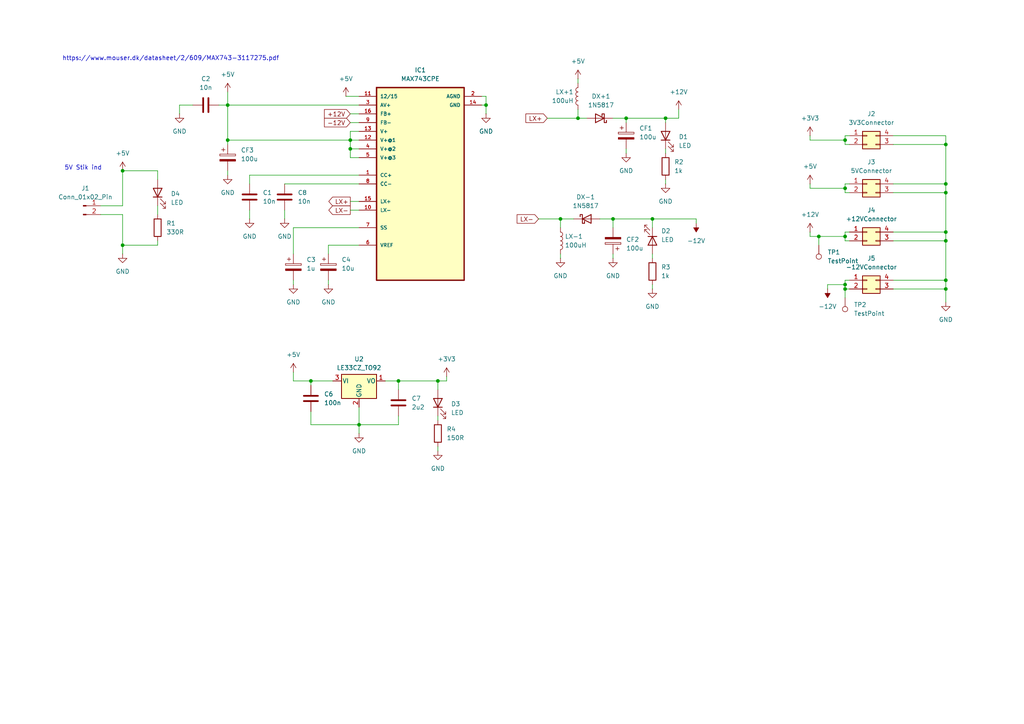
<source format=kicad_sch>
(kicad_sch (version 20231120) (generator "eeschema") (generator_version "8.0")
  (paper "A4")
  (lib_symbols
    (symbol "Connector:Conn_01x02_Pin" (pin_names (offset 1.016) hide)
      (property "Reference" "J" (at 0 2.54 0))
      (property "Value" "Conn_01x02_Pin" (at 0 -5.08 0))
      (symbol "Conn_01x02_Pin_1_1"
        (polyline (pts (xy 1.27 -2.54) (xy 0.8636 -2.54)) (stroke (width 0.1524)))
        (polyline (pts (xy 1.27 0) (xy 0.8636 0)) (stroke (width 0.1524)))
        (rectangle (start 0.8636 -2.413) (end 0 -2.667) (stroke (width 0.1524)) (fill (type outline)))
        (rectangle (start 0.8636 0.127) (end 0 -0.127) (stroke (width 0.1524)) (fill (type outline)))
        (pin passive line (at 5.08 0 180) (length 3.81) (name "Pin_1") (number "1"))
        (pin passive line (at 5.08 -2.54 180) (length 3.81) (name "Pin_2") (number "2"))
      )
    )
    (symbol "Connector:TestPoint" (pin_numbers hide) (pin_names (offset 0.762) hide)
      (property "Reference" "TP" (at 0 6.858 0))
      (property "Value" "TestPoint" (at 0 5.08 0))
      (symbol "TestPoint_0_1"
        (circle (center 0 3.302) (radius 0.762))
      )
      (symbol "TestPoint_1_1"
        (pin passive line (at 0 0 90) (length 2.54) (name "1") (number "1"))
      )
    )
    (symbol "Connector_Generic:Conn_02x02_Counter_Clockwise" (pin_names (offset 1.016) hide)
      (property "Reference" "J" (at 1.27 2.54 0))
      (property "Value" "Conn_02x02_Counter_Clockwise" (at 1.27 -5.08 0))
      (symbol "Conn_02x02_Counter_Clockwise_1_1"
        (rectangle (start -1.27 -2.413) (end 0 -2.667) (stroke (width 0.1524)))
        (rectangle (start -1.27 0.127) (end 0 -0.127) (stroke (width 0.1524)))
        (rectangle (start -1.27 1.27) (end 3.81 -3.81) (stroke (width 0.254)) (fill (type background)))
        (rectangle (start 3.81 -2.413) (end 2.54 -2.667) (stroke (width 0.1524)))
        (rectangle (start 3.81 0.127) (end 2.54 -0.127) (stroke (width 0.1524)))
        (pin passive line (at -5.08 0 0) (length 3.81) (name "Pin_1") (number "1"))
        (pin passive line (at -5.08 -2.54 0) (length 3.81) (name "Pin_2") (number "2"))
        (pin passive line (at 7.62 -2.54 180) (length 3.81) (name "Pin_3") (number "3"))
        (pin passive line (at 7.62 0 180) (length 3.81) (name "Pin_4") (number "4"))
      )
    )
    (symbol "Device:C" (pin_numbers hide) (pin_names (offset 0.254))
      (property "Reference" "C" (at 0.635 2.54 0))
      (property "Value" "C" (at 0.635 -2.54 0))
      (symbol "C_0_1"
        (polyline (pts (xy -2.032 -0.762) (xy 2.032 -0.762)) (stroke (width 0.508)))
        (polyline (pts (xy -2.032 0.762) (xy 2.032 0.762)) (stroke (width 0.508)))
      )
      (symbol "C_1_1"
        (pin passive line (at 0 3.81 270) (length 2.794) (name "~") (number "1"))
        (pin passive line (at 0 -3.81 90) (length 2.794) (name "~") (number "2"))
      )
    )
    (symbol "Device:C_Polarized" (pin_numbers hide) (pin_names (offset 0.254))
      (property "Reference" "C" (at 0.635 2.54 0))
      (property "Value" "C_Polarized" (at 0.635 -2.54 0))
      (symbol "C_Polarized_0_1"
        (rectangle (start -2.286 0.508) (end 2.286 1.016))
        (polyline (pts (xy -1.778 2.286) (xy -0.762 2.286)))
        (polyline (pts (xy -1.27 2.794) (xy -1.27 1.778)))
        (rectangle (start 2.286 -0.508) (end -2.286 -1.016) (fill (type outline)))
      )
      (symbol "C_Polarized_1_1"
        (pin passive line (at 0 3.81 270) (length 2.794) (name "~") (number "1"))
        (pin passive line (at 0 -3.81 90) (length 2.794) (name "~") (number "2"))
      )
    )
    (symbol "Device:L" (pin_numbers hide) (pin_names (offset 1.016) hide)
      (property "Reference" "L" (at -1.27 0 90))
      (property "Value" "L" (at 1.905 0 90))
      (symbol "L_0_1"
        (arc (start 0 -2.54) (mid 0.6323 -1.905) (end 0 -1.27))
        (arc (start 0 -1.27) (mid 0.6323 -0.635) (end 0 0))
        (arc (start 0 0) (mid 0.6323 0.635) (end 0 1.27))
        (arc (start 0 1.27) (mid 0.6323 1.905) (end 0 2.54))
      )
      (symbol "L_1_1"
        (pin passive line (at 0 3.81 270) (length 1.27) (name "1") (number "1"))
        (pin passive line (at 0 -3.81 90) (length 1.27) (name "2") (number "2"))
      )
    )
    (symbol "Device:LED" (pin_numbers hide) (pin_names (offset 1.016) hide)
      (property "Reference" "D" (at 0 2.54 0))
      (property "Value" "LED" (at 0 -2.54 0))
      (symbol "LED_0_1"
        (polyline (pts (xy -1.27 -1.27) (xy -1.27 1.27)) (stroke (width 0.254)))
        (polyline (pts (xy -1.27 0) (xy 1.27 0)))
        (polyline (pts (xy 1.27 -1.27) (xy 1.27 1.27) (xy -1.27 0) (xy 1.27 -1.27)) (stroke (width 0.254)))
        (polyline (pts (xy -3.048 -0.762) (xy -4.572 -2.286) (xy -3.81 -2.286) (xy -4.572 -2.286) (xy -4.572 -1.524)))
        (polyline (pts (xy -1.778 -0.762) (xy -3.302 -2.286) (xy -2.54 -2.286) (xy -3.302 -2.286) (xy -3.302 -1.524)))
      )
      (symbol "LED_1_1"
        (pin passive line (at -3.81 0 0) (length 2.54) (name "K") (number "1"))
        (pin passive line (at 3.81 0 180) (length 2.54) (name "A") (number "2"))
      )
    )
    (symbol "Device:R" (pin_numbers hide) (pin_names (offset 0))
      (property "Reference" "R" (at 2.032 0 90))
      (property "Value" "R" (at 0 0 90))
      (symbol "R_0_1"
        (rectangle (start -1.016 -2.54) (end 1.016 2.54) (stroke (width 0.254)))
      )
      (symbol "R_1_1"
        (pin passive line (at 0 3.81 270) (length 1.27) (name "~") (number "1"))
        (pin passive line (at 0 -3.81 90) (length 1.27) (name "~") (number "2"))
      )
    )
    (symbol "Diode:1N5817" (pin_numbers hide) (pin_names (offset 1.016) hide)
      (property "Reference" "D" (at 0 2.54 0))
      (property "Value" "1N5817" (at 0 -2.54 0))
      (symbol "1N5817_0_1"
        (polyline (pts (xy 1.27 0) (xy -1.27 0)))
        (polyline (pts (xy 1.27 1.27) (xy 1.27 -1.27) (xy -1.27 0) (xy 1.27 1.27)) (stroke (width 0.254)))
        (polyline (pts (xy -1.905 0.635) (xy -1.905 1.27) (xy -1.27 1.27) (xy -1.27 -1.27) (xy -0.635 -1.27) (xy -0.635 -0.635)) (stroke (width 0.254)))
      )
      (symbol "1N5817_1_1"
        (pin passive line (at -3.81 0 0) (length 2.54) (name "K") (number "1"))
        (pin passive line (at 3.81 0 180) (length 2.54) (name "A") (number "2"))
      )
    )
    (symbol "MAX743CPE:MAX743CPE" (pin_names (offset 1.016))
      (property "Reference" "IC" (at -12.7 28.94 0))
      (property "Value" "MAX743CPE" (at -12.7 -31.94 0))
      (symbol "MAX743CPE_0_0"
        (rectangle (start -12.7 -27.94) (end 12.7 27.94) (stroke (width 0.41)) (fill (type background)))
        (pin bidirectional line (at -17.78 2.54 0) (length 5.08) (name "CC+") (number "1"))
        (pin bidirectional line (at -17.78 -7.62 0) (length 5.08) (name "LX-") (number "10"))
        (pin input line (at -17.78 25.4 0) (length 5.08) (name "12/15") (number "11"))
        (pin input line (at -17.78 12.7 0) (length 5.08) (name "V+@1") (number "12"))
        (pin input line (at -17.78 15.24 0) (length 5.08) (name "V+") (number "13"))
        (pin power_in line (at 17.78 22.86 180) (length 5.08) (name "GND") (number "14"))
        (pin bidirectional line (at -17.78 -5.08 0) (length 5.08) (name "LX+") (number "15"))
        (pin input line (at -17.78 20.32 0) (length 5.08) (name "FB+") (number "16"))
        (pin power_in line (at 17.78 25.4 180) (length 5.08) (name "AGND") (number "2"))
        (pin input line (at -17.78 22.86 0) (length 5.08) (name "AV+") (number "3"))
        (pin input line (at -17.78 10.16 0) (length 5.08) (name "V+@2") (number "4"))
        (pin input line (at -17.78 7.62 0) (length 5.08) (name "V+@3") (number "5"))
        (pin bidirectional line (at -17.78 -17.78 0) (length 5.08) (name "VREF") (number "6"))
        (pin bidirectional line (at -17.78 -12.7 0) (length 5.08) (name "SS") (number "7"))
        (pin bidirectional line (at -17.78 0 0) (length 5.08) (name "CC-") (number "8"))
        (pin input line (at -17.78 17.78 0) (length 5.08) (name "FB-") (number "9"))
      )
    )
    (symbol "Regulator_Linear:L78L33_TO92" (pin_names (offset 0.254))
      (property "Reference" "U" (at -3.81 3.175 0))
      (property "Value" "L78L33_TO92" (at 0 3.175 0))
      (symbol "L78L33_TO92_0_1"
        (rectangle (start -5.08 -5.08) (end 5.08 1.905) (stroke (width 0.254)) (fill (type background)))
      )
      (symbol "L78L33_TO92_1_1"
        (pin power_out line (at 7.62 0 180) (length 2.54) (name "VO") (number "1"))
        (pin power_in line (at 0 -7.62 90) (length 2.54) (name "GND") (number "2"))
        (pin power_in line (at -7.62 0 0) (length 2.54) (name "VI") (number "3"))
      )
    )
    (symbol "power:+12V" (power) (pin_numbers hide) (pin_names (offset 0) hide)
      (property "Value" "+12V" (at 0 3.556 0))
      (symbol "+12V_0_1"
        (polyline (pts (xy -0.762 1.27) (xy 0 2.54)))
        (polyline (pts (xy 0 0) (xy 0 2.54)))
        (polyline (pts (xy 0 2.54) (xy 0.762 1.27)))
      )
      (symbol "+12V_1_1"
        (pin power_in line (at 0 0 90) (length 0) (name "~") (number "1"))
      )
    )
    (symbol "power:+3V3" (power) (pin_numbers hide) (pin_names (offset 0) hide)
      (property "Value" "+3V3" (at 0 3.556 0))
      (symbol "+3V3_0_1"
        (polyline (pts (xy -0.762 1.27) (xy 0 2.54)))
        (polyline (pts (xy 0 0) (xy 0 2.54)))
        (polyline (pts (xy 0 2.54) (xy 0.762 1.27)))
      )
      (symbol "+3V3_1_1"
        (pin power_in line (at 0 0 90) (length 0) (name "~") (number "1"))
      )
    )
    (symbol "power:+5V" (power) (pin_numbers hide) (pin_names (offset 0) hide)
      (property "Value" "+5V" (at 0 3.556 0))
      (symbol "+5V_0_1"
        (polyline (pts (xy -0.762 1.27) (xy 0 2.54)))
        (polyline (pts (xy 0 0) (xy 0 2.54)))
        (polyline (pts (xy 0 2.54) (xy 0.762 1.27)))
      )
      (symbol "+5V_1_1"
        (pin power_in line (at 0 0 90) (length 0) (name "~") (number "1"))
      )
    )
    (symbol "power:-12V" (power) (pin_numbers hide) (pin_names (offset 0) hide)
      (property "Value" "-12V" (at 0 3.556 0))
      (symbol "-12V_0_0"
        (pin power_in line (at 0 0 90) (length 0) (name "~") (number "1"))
      )
      (symbol "-12V_0_1"
        (polyline (pts (xy 0 0) (xy 0 1.27) (xy 0.762 1.27) (xy 0 2.54) (xy -0.762 1.27) (xy 0 1.27)) (fill (type outline)))
      )
    )
    (symbol "power:GND" (power) (pin_numbers hide) (pin_names (offset 0) hide)
      (property "Value" "GND" (at 0 -3.81 0))
      (symbol "GND_0_1"
        (polyline (pts (xy 0 0) (xy 0 -1.27) (xy 1.27 -1.27) (xy 0 -2.54) (xy -1.27 -1.27) (xy 0 -1.27)))
      )
      (symbol "GND_1_1"
        (pin power_in line (at 0 0 270) (length 0) (name "~") (number "1"))
      )
    )
  )
  (junction (at 274.32 81.28))
  (junction (at 274.32 41.91))
  (junction (at 101.6 43.18))
  (junction (at 245.11 40.64))
  (junction (at 90.17 110.49))
  (junction (at 245.11 68.58))
  (junction (at 162.56 63.5))
  (junction (at 193.04 34.29))
  (junction (at 104.14 123.19))
  (junction (at 274.32 53.34))
  (junction (at 181.61 34.29))
  (junction (at 274.32 83.82))
  (junction (at 140.97 30.48))
  (junction (at 115.57 110.49))
  (junction (at 274.32 67.31))
  (junction (at 35.56 71.12))
  (junction (at 66.04 30.48))
  (junction (at 237.49 68.58))
  (junction (at 245.11 82.55))
  (junction (at 245.11 83.82))
  (junction (at 35.56 49.53))
  (junction (at 177.8 63.5))
  (junction (at 127 110.49))
  (junction (at 245.11 54.61))
  (junction (at 66.04 40.64))
  (junction (at 101.6 40.64))
  (junction (at 189.23 63.5))
  (junction (at 274.32 69.85))
  (junction (at 167.64 34.29))
  (junction (at 274.32 55.88))
  (wire (pts (xy 274.32 53.34) (xy 274.32 55.88)))
  (wire (pts (xy 237.49 68.58) (xy 234.95 68.58)))
  (wire (pts (xy 104.14 66.04) (xy 85.09 66.04)))
  (wire (pts (xy 259.08 53.34) (xy 274.32 53.34)))
  (wire (pts (xy 166.37 63.5) (xy 162.56 63.5)))
  (wire (pts (xy 127 129.54) (xy 127 130.81)))
  (wire (pts (xy 245.11 68.58) (xy 237.49 68.58)))
  (wire (pts (xy 245.11 39.37) (xy 245.11 40.64)))
  (wire (pts (xy 95.25 73.66) (xy 95.25 71.12)))
  (wire (pts (xy 181.61 34.29) (xy 177.8 34.29)))
  (wire (pts (xy 66.04 40.64) (xy 101.6 40.64)))
  (wire (pts (xy 95.25 71.12) (xy 104.14 71.12)))
  (wire (pts (xy 189.23 73.66) (xy 189.23 74.93)))
  (wire (pts (xy 245.11 81.28) (xy 245.11 82.55)))
  (wire (pts (xy 245.11 55.88) (xy 246.38 55.88)))
  (wire (pts (xy 274.32 55.88) (xy 274.32 67.31)))
  (wire (pts (xy 127 113.03) (xy 127 110.49)))
  (wire (pts (xy 245.11 67.31) (xy 245.11 68.58)))
  (wire (pts (xy 245.11 83.82) (xy 245.11 86.36)))
  (wire (pts (xy 274.32 81.28) (xy 274.32 83.82)))
  (wire (pts (xy 45.72 59.69) (xy 45.72 62.23)))
  (wire (pts (xy 63.5 30.48) (xy 66.04 30.48)))
  (wire (pts (xy 245.11 41.91) (xy 246.38 41.91)))
  (wire (pts (xy 245.11 54.61) (xy 234.95 54.61)))
  (wire (pts (xy 45.72 49.53) (xy 45.72 52.07)))
  (wire (pts (xy 259.08 69.85) (xy 274.32 69.85)))
  (wire (pts (xy 259.08 55.88) (xy 274.32 55.88)))
  (wire (pts (xy 101.6 58.42) (xy 104.14 58.42)))
  (wire (pts (xy 115.57 123.19) (xy 104.14 123.19)))
  (wire (pts (xy 72.39 53.34) (xy 72.39 50.8)))
  (wire (pts (xy 181.61 34.29) (xy 193.04 34.29)))
  (wire (pts (xy 177.8 63.5) (xy 177.8 66.04)))
  (wire (pts (xy 274.32 39.37) (xy 274.32 41.91)))
  (wire (pts (xy 115.57 120.65) (xy 115.57 123.19)))
  (wire (pts (xy 162.56 73.66) (xy 162.56 74.93)))
  (wire (pts (xy 237.49 68.58) (xy 237.49 71.12)))
  (wire (pts (xy 189.23 82.55) (xy 189.23 83.82)))
  (wire (pts (xy 101.6 43.18) (xy 104.14 43.18)))
  (wire (pts (xy 35.56 71.12) (xy 45.72 71.12)))
  (wire (pts (xy 35.56 71.12) (xy 35.56 73.66)))
  (wire (pts (xy 189.23 63.5) (xy 189.23 66.04)))
  (wire (pts (xy 177.8 63.5) (xy 189.23 63.5)))
  (wire (pts (xy 115.57 110.49) (xy 127 110.49)))
  (wire (pts (xy 100.33 27.94) (xy 104.14 27.94)))
  (wire (pts (xy 82.55 60.96) (xy 82.55 63.5)))
  (wire (pts (xy 101.6 45.72) (xy 104.14 45.72)))
  (wire (pts (xy 111.76 110.49) (xy 115.57 110.49)))
  (wire (pts (xy 140.97 27.94) (xy 140.97 30.48)))
  (wire (pts (xy 29.21 59.69) (xy 35.56 59.69)))
  (wire (pts (xy 245.11 40.64) (xy 245.11 41.91)))
  (wire (pts (xy 104.14 53.34) (xy 82.55 53.34)))
  (wire (pts (xy 85.09 110.49) (xy 90.17 110.49)))
  (wire (pts (xy 29.21 62.23) (xy 35.56 62.23)))
  (wire (pts (xy 52.07 30.48) (xy 52.07 33.02)))
  (wire (pts (xy 85.09 81.28) (xy 85.09 82.55)))
  (wire (pts (xy 274.32 67.31) (xy 274.32 69.85)))
  (wire (pts (xy 55.88 30.48) (xy 52.07 30.48)))
  (wire (pts (xy 90.17 123.19) (xy 90.17 119.38)))
  (wire (pts (xy 259.08 39.37) (xy 274.32 39.37)))
  (wire (pts (xy 66.04 49.53) (xy 66.04 50.8)))
  (wire (pts (xy 196.85 31.75) (xy 196.85 34.29)))
  (wire (pts (xy 240.03 83.82) (xy 240.03 82.55)))
  (wire (pts (xy 66.04 41.91) (xy 66.04 40.64)))
  (wire (pts (xy 101.6 43.18) (xy 101.6 45.72)))
  (wire (pts (xy 85.09 66.04) (xy 85.09 73.66)))
  (wire (pts (xy 162.56 63.5) (xy 162.56 66.04)))
  (wire (pts (xy 101.6 40.64) (xy 101.6 43.18)))
  (wire (pts (xy 173.99 63.5) (xy 177.8 63.5)))
  (wire (pts (xy 45.72 49.53) (xy 35.56 49.53)))
  (wire (pts (xy 101.6 38.1) (xy 101.6 40.64)))
  (wire (pts (xy 245.11 53.34) (xy 245.11 54.61)))
  (wire (pts (xy 90.17 111.76) (xy 90.17 110.49)))
  (wire (pts (xy 245.11 81.28) (xy 246.38 81.28)))
  (wire (pts (xy 101.6 35.56) (xy 104.14 35.56)))
  (wire (pts (xy 274.32 69.85) (xy 274.32 81.28)))
  (wire (pts (xy 246.38 53.34) (xy 245.11 53.34)))
  (wire (pts (xy 156.21 63.5) (xy 162.56 63.5)))
  (wire (pts (xy 245.11 83.82) (xy 246.38 83.82)))
  (wire (pts (xy 101.6 40.64) (xy 104.14 40.64)))
  (wire (pts (xy 234.95 67.31) (xy 234.95 68.58)))
  (wire (pts (xy 245.11 69.85) (xy 246.38 69.85)))
  (wire (pts (xy 101.6 33.02) (xy 104.14 33.02)))
  (wire (pts (xy 90.17 110.49) (xy 96.52 110.49)))
  (wire (pts (xy 274.32 83.82) (xy 274.32 87.63)))
  (wire (pts (xy 246.38 67.31) (xy 245.11 67.31)))
  (wire (pts (xy 72.39 50.8) (xy 104.14 50.8)))
  (wire (pts (xy 139.7 27.94) (xy 140.97 27.94)))
  (wire (pts (xy 115.57 110.49) (xy 115.57 113.03)))
  (wire (pts (xy 140.97 30.48) (xy 140.97 33.02)))
  (wire (pts (xy 234.95 54.61) (xy 234.95 53.34)))
  (wire (pts (xy 129.54 110.49) (xy 127 110.49)))
  (wire (pts (xy 35.56 49.53) (xy 35.56 59.69)))
  (wire (pts (xy 104.14 38.1) (xy 101.6 38.1)))
  (wire (pts (xy 127 120.65) (xy 127 121.92)))
  (wire (pts (xy 193.04 34.29) (xy 193.04 35.56)))
  (wire (pts (xy 181.61 35.56) (xy 181.61 34.29)))
  (wire (pts (xy 193.04 43.18) (xy 193.04 44.45)))
  (wire (pts (xy 129.54 110.49) (xy 129.54 109.22)))
  (wire (pts (xy 245.11 68.58) (xy 245.11 69.85)))
  (wire (pts (xy 240.03 82.55) (xy 245.11 82.55)))
  (wire (pts (xy 66.04 26.67) (xy 66.04 30.48)))
  (wire (pts (xy 72.39 60.96) (xy 72.39 63.5)))
  (wire (pts (xy 139.7 30.48) (xy 140.97 30.48)))
  (wire (pts (xy 193.04 34.29) (xy 196.85 34.29)))
  (wire (pts (xy 259.08 81.28) (xy 274.32 81.28)))
  (wire (pts (xy 246.38 39.37) (xy 245.11 39.37)))
  (wire (pts (xy 101.6 60.96) (xy 104.14 60.96)))
  (wire (pts (xy 85.09 107.95) (xy 85.09 110.49)))
  (wire (pts (xy 95.25 81.28) (xy 95.25 82.55)))
  (wire (pts (xy 259.08 67.31) (xy 274.32 67.31)))
  (wire (pts (xy 189.23 63.5) (xy 201.93 63.5)))
  (wire (pts (xy 259.08 83.82) (xy 274.32 83.82)))
  (wire (pts (xy 245.11 82.55) (xy 245.11 83.82)))
  (wire (pts (xy 181.61 43.18) (xy 181.61 44.45)))
  (wire (pts (xy 104.14 118.11) (xy 104.14 123.19)))
  (wire (pts (xy 66.04 30.48) (xy 104.14 30.48)))
  (wire (pts (xy 259.08 41.91) (xy 274.32 41.91)))
  (wire (pts (xy 104.14 123.19) (xy 90.17 123.19)))
  (wire (pts (xy 167.64 34.29) (xy 170.18 34.29)))
  (wire (pts (xy 45.72 69.85) (xy 45.72 71.12)))
  (wire (pts (xy 201.93 63.5) (xy 201.93 64.77)))
  (wire (pts (xy 35.56 62.23) (xy 35.56 71.12)))
  (wire (pts (xy 234.95 39.37) (xy 234.95 40.64)))
  (wire (pts (xy 193.04 52.07) (xy 193.04 53.34)))
  (wire (pts (xy 274.32 41.91) (xy 274.32 53.34)))
  (wire (pts (xy 245.11 40.64) (xy 234.95 40.64)))
  (wire (pts (xy 167.64 31.75) (xy 167.64 34.29)))
  (wire (pts (xy 104.14 123.19) (xy 104.14 125.73)))
  (wire (pts (xy 177.8 73.66) (xy 177.8 74.93)))
  (wire (pts (xy 158.75 34.29) (xy 167.64 34.29)))
  (wire (pts (xy 167.64 22.86) (xy 167.64 24.13)))
  (wire (pts (xy 245.11 54.61) (xy 245.11 55.88)))
  (wire (pts (xy 66.04 30.48) (xy 66.04 40.64)))
  (text "5V Stik ind\n" (at 24.13 48.768 0) (effects (font (size 1.27 1.27))))
  (text "https://www.mouser.dk/datasheet/2/609/MAX743-3117275.pdf" (at 49.53 17.018 0) (effects (font (size 1.27 1.27))))
  (global_label "LX+" (shape output) (at 101.6 58.42 180) (property "Intersheetrefs" "${INTERSHEET_REFS}" (effects (hide yes))))
  (global_label "+12V" (shape input) (at 101.6 33.02 180) (property "Intersheetrefs" "${INTERSHEET_REFS}" (effects (hide yes))))
  (global_label "LX-" (shape output) (at 101.6 60.96 180) (property "Intersheetrefs" "${INTERSHEET_REFS}" (effects (hide yes))))
  (global_label "LX-" (shape input) (at 156.21 63.5 180) (property "Intersheetrefs" "${INTERSHEET_REFS}" (effects (hide yes))))
  (global_label "LX+" (shape input) (at 158.75 34.29 180) (property "Intersheetrefs" "${INTERSHEET_REFS}" (effects (hide yes))))
  (global_label "-12V" (shape input) (at 101.6 35.56 180) (property "Intersheetrefs" "${INTERSHEET_REFS}" (effects (hide yes))))
  (symbol (lib_id "Device:R") (at 45.72 66.04 0) (unit 1)
    (property "Reference" "R1" (at 48.26 64.7699 0) (effects (justify left)))
    (property "Value" "330R" (at 48.26 67.3099 0) (effects (justify left)))
    (property "Footprint" "Resistor_SMD:R_0805_2012Metric_Pad1.20x1.40mm_HandSolder" (effects (hide yes)))
    (property "Description" "Resistor" (effects (hide yes)))
  )
  (symbol (lib_id "Regulator_Linear:L78L33_TO92") (at 104.14 110.49 0) (unit 1)
    (property "Reference" "U2" (at 104.14 104.14 0))
    (property "Value" "LE33CZ_TO92" (at 104.14 106.68 0))
    (property "Footprint" "Package_TO_SOT_THT:TO-92_Inline" (effects (hide yes)))
    (property "Datasheet" "http://www.st.com/content/ccc/resource/technical/document/datasheet/15/55/e5/aa/23/5b/43/fd/CD00000446.pdf/files/CD00000446.pdf/jcr:content/translations/en.CD00000446.pdf" (effects (hide yes)))
    (property "Description" "Positive 100mA 30V Linear Regulator, Fixed Output 3.3V, TO-92" (effects (hide yes)))
  )
  (symbol (lib_id "power:+5V") (at 234.95 53.34 0) (unit 1)
    (property "Reference" "#PWR022" (effects (hide yes)))
    (property "Value" "+5V" (at 234.95 48.26 0))
    (property "Description" "Power symbol creates a global label with name \"+5V\"" (effects (hide yes)))
  )
  (symbol (lib_id "power:+3V3") (at 234.95 39.37 0) (unit 1)
    (property "Reference" "#PWR021" (effects (hide yes)))
    (property "Value" "+3V3" (at 234.95 34.29 0))
    (property "Description" "Power symbol creates a global label with name \"+3V3\"" (effects (hide yes)))
  )
  (symbol (lib_id "Connector_Generic:Conn_02x02_Counter_Clockwise") (at 251.46 39.37 0) (unit 1)
    (property "Reference" "J2" (at 252.73 33.02 0))
    (property "Value" "3V3Connector" (at 252.73 35.56 0))
    (property "Footprint" "Connector_PinHeader_2.54mm:PinHeader_2x02_P2.54mm_Vertical" (effects (hide yes)))
    (property "Description" "Generic connector, double row, 02x02, counter clockwise pin numbering scheme (similar to DIP package numbering), script generated (kicad-library-utils/schlib/autogen/connector/)" (effects (hide yes)))
  )
  (symbol (lib_id "Connector:TestPoint") (at 245.11 86.36 180) (unit 1)
    (property "Reference" "TP2" (at 247.65 88.3919 0) (effects (justify right)))
    (property "Value" "TestPoint" (at 247.65 90.9319 0) (effects (justify right)))
    (property "Footprint" "TestPoint:TestPoint_Pad_4.0x4.0mm" (effects (hide yes)))
    (property "Description" "test point" (effects (hide yes)))
  )
  (symbol (lib_id "Device:R") (at 127 125.73 0) (unit 1)
    (property "Reference" "R4" (at 129.54 124.4599 0) (effects (justify left)))
    (property "Value" "150R" (at 129.54 126.9999 0) (effects (justify left)))
    (property "Footprint" "Resistor_SMD:R_0805_2012Metric_Pad1.20x1.40mm_HandSolder" (effects (hide yes)))
    (property "Description" "Resistor" (effects (hide yes)))
  )
  (symbol (lib_id "power:-12V") (at 201.93 64.77 180) (unit 1)
    (property "Reference" "#PWR020" (effects (hide yes)))
    (property "Value" "-12V" (at 201.93 69.85 0))
    (property "Description" "Power symbol creates a global label with name \"-12V\"" (effects (hide yes)))
  )
  (symbol (lib_id "Connector:Conn_01x02_Pin") (at 24.13 59.69 0) (unit 1)
    (property "Reference" "J1" (at 24.765 54.61 0))
    (property "Value" "Conn_01x02_Pin" (at 24.765 57.15 0))
    (property "Footprint" "Connector_PinHeader_2.54mm:PinHeader_1x02_P2.54mm_Vertical" (effects (hide yes)))
    (property "Description" "Generic connector, single row, 01x02, script generated" (effects (hide yes)))
  )
  (symbol (lib_id "power:GND") (at 52.07 33.02 0) (unit 1)
    (property "Reference" "#PWR026" (effects (hide yes)))
    (property "Value" "GND" (at 52.07 38.1 0))
    (property "Description" "Power symbol creates a global label with name \"GND\" , ground" (effects (hide yes)))
  )
  (symbol (lib_id "Device:C_Polarized") (at 177.8 69.85 180) (unit 1)
    (property "Reference" "CF2" (at 181.61 69.4689 0) (effects (justify right)))
    (property "Value" "100u" (at 181.61 72.0089 0) (effects (justify right)))
    (property "Footprint" "Capacitor_THT:CP_Axial_L10.0mm_D6.0mm_P15.00mm_Horizontal" (effects (hide yes)))
    (property "Description" "Polarized capacitor" (effects (hide yes)))
  )
  (symbol (lib_id "Connector_Generic:Conn_02x02_Counter_Clockwise") (at 251.46 53.34 0) (unit 1)
    (property "Reference" "J3" (at 252.73 46.99 0))
    (property "Value" "5VConnector" (at 252.73 49.53 0))
    (property "Footprint" "Connector_PinHeader_2.54mm:PinHeader_2x02_P2.54mm_Vertical" (effects (hide yes)))
    (property "Description" "Generic connector, double row, 02x02, counter clockwise pin numbering scheme (similar to DIP package numbering), script generated (kicad-library-utils/schlib/autogen/connector/)" (effects (hide yes)))
  )
  (symbol (lib_id "Device:LED") (at 193.04 39.37 90) (unit 1)
    (property "Reference" "D1" (at 196.85 39.6874 90) (effects (justify right)))
    (property "Value" "LED" (at 196.85 42.2274 90) (effects (justify right)))
    (property "Footprint" "LED_THT:LED_D3.0mm" (effects (hide yes)))
    (property "Description" "Light emitting diode" (effects (hide yes)))
  )
  (symbol (lib_id "Device:C_Polarized") (at 66.04 45.72 0) (unit 1)
    (property "Reference" "CF3" (at 69.85 43.5609 0) (effects (justify left)))
    (property "Value" "100u" (at 69.85 46.1009 0) (effects (justify left)))
    (property "Footprint" "Capacitor_THT:CP_Axial_L10.0mm_D6.0mm_P15.00mm_Horizontal" (effects (hide yes)))
    (property "Description" "Polarized capacitor" (effects (hide yes)))
  )
  (symbol (lib_id "power:GND") (at 162.56 74.93 0) (unit 1)
    (property "Reference" "#PWR06" (effects (hide yes)))
    (property "Value" "GND" (at 162.56 80.01 0))
    (property "Description" "Power symbol creates a global label with name \"GND\" , ground" (effects (hide yes)))
  )
  (symbol (lib_id "Device:C_Polarized") (at 181.61 39.37 0) (unit 1)
    (property "Reference" "CF1" (at 185.42 37.2109 0) (effects (justify left)))
    (property "Value" "100u" (at 185.42 39.7509 0) (effects (justify left)))
    (property "Footprint" "Capacitor_THT:CP_Axial_L10.0mm_D6.0mm_P15.00mm_Horizontal" (effects (hide yes)))
    (property "Description" "Polarized capacitor" (effects (hide yes)))
  )
  (symbol (lib_id "power:-12V") (at 240.03 83.82 180) (unit 1)
    (property "Reference" "#PWR024" (effects (hide yes)))
    (property "Value" "-12V" (at 240.03 88.9 0))
    (property "Description" "Power symbol creates a global label with name \"-12V\"" (effects (hide yes)))
  )
  (symbol (lib_id "Diode:1N5817") (at 170.18 63.5 0) (unit 1)
    (property "Reference" "DX-1" (at 169.8625 57.15 0))
    (property "Value" "1N5817" (at 169.8625 59.69 0))
    (property "Footprint" "Diode_THT:D_DO-41_SOD81_P10.16mm_Horizontal" (effects (hide yes)))
    (property "Datasheet" "http://www.vishay.com/docs/88525/1n5817.pdf" (effects (hide yes)))
    (property "Description" "20V 1A Schottky Barrier Rectifier Diode, DO-41" (effects (hide yes)))
  )
  (symbol (lib_id "power:GND") (at 104.14 125.73 0) (unit 1)
    (property "Reference" "#PWR013" (effects (hide yes)))
    (property "Value" "GND" (at 104.14 130.81 0))
    (property "Description" "Power symbol creates a global label with name \"GND\" , ground" (effects (hide yes)))
  )
  (symbol (lib_id "power:+5V") (at 85.09 107.95 0) (unit 1)
    (property "Reference" "#PWR014" (effects (hide yes)))
    (property "Value" "+5V" (at 85.09 102.87 0))
    (property "Description" "Power symbol creates a global label with name \"+5V\"" (effects (hide yes)))
  )
  (symbol (lib_id "power:GND") (at 82.55 63.5 0) (unit 1)
    (property "Reference" "#PWR029" (effects (hide yes)))
    (property "Value" "GND" (at 82.55 68.58 0))
    (property "Description" "Power symbol creates a global label with name \"GND\" , ground" (effects (hide yes)))
  )
  (symbol (lib_id "Device:C_Polarized") (at 95.25 77.47 0) (unit 1)
    (property "Reference" "C4" (at 99.06 75.3109 0) (effects (justify left)))
    (property "Value" "10u" (at 99.06 77.8509 0) (effects (justify left)))
    (property "Footprint" "Capacitor_THT:CP_Radial_D4.0mm_P2.00mm" (effects (hide yes)))
    (property "Description" "Polarized capacitor" (effects (hide yes)))
  )
  (symbol (lib_id "power:GND") (at 274.32 87.63 0) (unit 1)
    (property "Reference" "#PWR025" (effects (hide yes)))
    (property "Value" "GND" (at 274.32 92.71 0))
    (property "Description" "Power symbol creates a global label with name \"GND\" , ground" (effects (hide yes)))
  )
  (symbol (lib_id "power:GND") (at 127 130.81 0) (unit 1)
    (property "Reference" "#PWR016" (effects (hide yes)))
    (property "Value" "GND" (at 127 135.89 0))
    (property "Description" "Power symbol creates a global label with name \"GND\" , ground" (effects (hide yes)))
  )
  (symbol (lib_id "Connector_Generic:Conn_02x02_Counter_Clockwise") (at 251.46 81.28 0) (unit 1)
    (property "Reference" "J5" (at 252.73 74.93 0))
    (property "Value" "-12VConnector" (at 252.73 77.47 0))
    (property "Footprint" "Connector_PinHeader_2.54mm:PinHeader_2x02_P2.54mm_Vertical" (effects (hide yes)))
    (property "Description" "Generic connector, double row, 02x02, counter clockwise pin numbering scheme (similar to DIP package numbering), script generated (kicad-library-utils/schlib/autogen/connector/)" (effects (hide yes)))
  )
  (symbol (lib_id "Device:C_Polarized") (at 85.09 77.47 0) (unit 1)
    (property "Reference" "C3" (at 88.9 75.3109 0) (effects (justify left)))
    (property "Value" "1u" (at 88.9 77.8509 0) (effects (justify left)))
    (property "Footprint" "Capacitor_THT:CP_Radial_D4.0mm_P2.00mm" (effects (hide yes)))
    (property "Description" "Polarized capacitor" (effects (hide yes)))
  )
  (symbol (lib_id "Device:R") (at 189.23 78.74 0) (unit 1)
    (property "Reference" "R3" (at 191.77 77.4699 0) (effects (justify left)))
    (property "Value" "1k" (at 191.77 80.0099 0) (effects (justify left)))
    (property "Footprint" "Resistor_SMD:R_0805_2012Metric_Pad1.20x1.40mm_HandSolder" (effects (hide yes)))
    (property "Description" "Resistor" (effects (hide yes)))
  )
  (symbol (lib_id "Diode:1N5817") (at 173.99 34.29 180) (unit 1)
    (property "Reference" "DX+1" (at 174.3075 27.94 0))
    (property "Value" "1N5817" (at 174.3075 30.48 0))
    (property "Footprint" "Diode_THT:D_DO-41_SOD81_P10.16mm_Horizontal" (effects (hide yes)))
    (property "Datasheet" "http://www.vishay.com/docs/88525/1n5817.pdf" (effects (hide yes)))
    (property "Description" "20V 1A Schottky Barrier Rectifier Diode, DO-41" (effects (hide yes)))
  )
  (symbol (lib_id "Device:C") (at 115.57 116.84 0) (unit 1)
    (property "Reference" "C7" (at 119.38 115.5699 0) (effects (justify left)))
    (property "Value" "2u2" (at 119.38 118.1099 0) (effects (justify left)))
    (property "Footprint" "Capacitor_SMD:C_0805_2012Metric_Pad1.18x1.45mm_HandSolder" (effects (hide yes)))
    (property "Description" "Unpolarized capacitor" (effects (hide yes)))
  )
  (symbol (lib_id "power:GND") (at 72.39 63.5 0) (unit 1)
    (property "Reference" "#PWR01" (effects (hide yes)))
    (property "Value" "GND" (at 72.39 68.58 0))
    (property "Description" "Power symbol creates a global label with name \"GND\" , ground" (effects (hide yes)))
  )
  (symbol (lib_id "power:GND") (at 95.25 82.55 0) (unit 1)
    (property "Reference" "#PWR031" (effects (hide yes)))
    (property "Value" "GND" (at 95.25 87.63 0))
    (property "Description" "Power symbol creates a global label with name \"GND\" , ground" (effects (hide yes)))
  )
  (symbol (lib_id "Device:LED") (at 189.23 69.85 270) (unit 1)
    (property "Reference" "D2" (at 191.77 66.9924 90) (effects (justify left)))
    (property "Value" "LED" (at 191.77 69.5324 90) (effects (justify left)))
    (property "Footprint" "LED_THT:LED_D3.0mm" (effects (hide yes)))
    (property "Description" "Light emitting diode" (effects (hide yes)))
  )
  (symbol (lib_id "power:GND") (at 66.04 50.8 0) (unit 1)
    (property "Reference" "#PWR028" (effects (hide yes)))
    (property "Value" "GND" (at 66.04 55.88 0))
    (property "Description" "Power symbol creates a global label with name \"GND\" , ground" (effects (hide yes)))
  )
  (symbol (lib_id "Device:LED") (at 127 116.84 90) (unit 1)
    (property "Reference" "D3" (at 130.81 117.1574 90) (effects (justify right)))
    (property "Value" "LED" (at 130.81 119.6974 90) (effects (justify right)))
    (property "Footprint" "LED_THT:LED_D3.0mm" (effects (hide yes)))
    (property "Description" "Light emitting diode" (effects (hide yes)))
  )
  (symbol (lib_id "power:+12V") (at 196.85 31.75 0) (unit 1)
    (property "Reference" "#PWR019" (effects (hide yes)))
    (property "Value" "+12V" (at 196.85 26.67 0))
    (property "Description" "Power symbol creates a global label with name \"+12V\"" (effects (hide yes)))
  )
  (symbol (lib_id "power:GND") (at 85.09 82.55 0) (unit 1)
    (property "Reference" "#PWR030" (effects (hide yes)))
    (property "Value" "GND" (at 85.09 87.63 0))
    (property "Description" "Power symbol creates a global label with name \"GND\" , ground" (effects (hide yes)))
  )
  (symbol (lib_id "Connector_Generic:Conn_02x02_Counter_Clockwise") (at 251.46 67.31 0) (unit 1)
    (property "Reference" "J4" (at 252.73 60.96 0))
    (property "Value" "+12VConnector" (at 252.73 63.5 0))
    (property "Footprint" "Connector_PinHeader_2.54mm:PinHeader_2x02_P2.54mm_Vertical" (effects (hide yes)))
    (property "Description" "Generic connector, double row, 02x02, counter clockwise pin numbering scheme (similar to DIP package numbering), script generated (kicad-library-utils/schlib/autogen/connector/)" (effects (hide yes)))
  )
  (symbol (lib_id "Device:LED") (at 45.72 55.88 90) (unit 1)
    (property "Reference" "D4" (at 49.53 56.1974 90) (effects (justify right)))
    (property "Value" "LED" (at 49.53 58.7374 90) (effects (justify right)))
    (property "Footprint" "LED_THT:LED_D3.0mm" (effects (hide yes)))
    (property "Description" "Light emitting diode" (effects (hide yes)))
  )
  (symbol (lib_id "power:+5V") (at 167.64 22.86 0) (unit 1)
    (property "Reference" "#PWR09" (effects (hide yes)))
    (property "Value" "+5V" (at 167.64 17.78 0))
    (property "Description" "Power symbol creates a global label with name \"+5V\"" (effects (hide yes)))
  )
  (symbol (lib_id "power:GND") (at 35.56 73.66 0) (unit 1)
    (property "Reference" "#PWR011" (effects (hide yes)))
    (property "Value" "GND" (at 35.56 78.74 0))
    (property "Description" "Power symbol creates a global label with name \"GND\" , ground" (effects (hide yes)))
  )
  (symbol (lib_id "Connector:TestPoint") (at 237.49 71.12 180) (unit 1)
    (property "Reference" "TP1" (at 240.03 73.1519 0) (effects (justify right)))
    (property "Value" "TestPoint" (at 240.03 75.6919 0) (effects (justify right)))
    (property "Footprint" "TestPoint:TestPoint_Pad_4.0x4.0mm" (effects (hide yes)))
    (property "Description" "test point" (effects (hide yes)))
  )
  (symbol (lib_id "Device:L") (at 167.64 27.94 0) (mirror y) (unit 1)
    (property "Reference" "LX+1" (at 166.37 26.6699 0) (effects (justify left)))
    (property "Value" "100uH" (at 166.37 29.2099 0) (effects (justify left)))
    (property "Footprint" "Inductor_THT:L_Radial_D10.0mm_P5.00mm_Fastron_07P" (effects (hide yes)))
    (property "Description" "Inductor" (effects (hide yes)))
  )
  (symbol (lib_id "Device:R") (at 193.04 48.26 0) (unit 1)
    (property "Reference" "R2" (at 195.58 46.9899 0) (effects (justify left)))
    (property "Value" "1k" (at 195.58 49.5299 0) (effects (justify left)))
    (property "Footprint" "Resistor_SMD:R_0805_2012Metric_Pad1.20x1.40mm_HandSolder" (effects (hide yes)))
    (property "Description" "Resistor" (effects (hide yes)))
  )
  (symbol (lib_id "power:+3V3") (at 129.54 109.22 0) (unit 1)
    (property "Reference" "#PWR015" (effects (hide yes)))
    (property "Value" "+3V3" (at 129.54 104.14 0))
    (property "Description" "Power symbol creates a global label with name \"+3V3\"" (effects (hide yes)))
  )
  (symbol (lib_id "power:GND") (at 177.8 74.93 0) (unit 1)
    (property "Reference" "#PWR07" (effects (hide yes)))
    (property "Value" "GND" (at 177.8 80.01 0))
    (property "Description" "Power symbol creates a global label with name \"GND\" , ground" (effects (hide yes)))
  )
  (symbol (lib_id "power:+5V") (at 35.56 49.53 0) (unit 1)
    (property "Reference" "#PWR010" (effects (hide yes)))
    (property "Value" "+5V" (at 35.56 44.45 0))
    (property "Description" "Power symbol creates a global label with name \"+5V\"" (effects (hide yes)))
  )
  (symbol (lib_id "Device:C") (at 90.17 115.57 0) (unit 1)
    (property "Reference" "C6" (at 93.98 114.2999 0) (effects (justify left)))
    (property "Value" "100n" (at 93.98 116.8399 0) (effects (justify left)))
    (property "Footprint" "Capacitor_SMD:C_0805_2012Metric_Pad1.18x1.45mm_HandSolder" (effects (hide yes)))
    (property "Description" "Unpolarized capacitor" (effects (hide yes)))
  )
  (symbol (lib_id "Device:L") (at 162.56 69.85 0) (unit 1)
    (property "Reference" "LX-1" (at 163.83 68.5799 0) (effects (justify left)))
    (property "Value" "100uH" (at 163.83 71.1199 0) (effects (justify left)))
    (property "Footprint" "Inductor_THT:L_Radial_D10.0mm_P5.00mm_Fastron_07P" (effects (hide yes)))
    (property "Description" "Inductor" (effects (hide yes)))
  )
  (symbol (lib_id "power:GND") (at 181.61 44.45 0) (unit 1)
    (property "Reference" "#PWR05" (effects (hide yes)))
    (property "Value" "GND" (at 181.61 49.53 0))
    (property "Description" "Power symbol creates a global label with name \"GND\" , ground" (effects (hide yes)))
  )
  (symbol (lib_id "power:+5V") (at 100.33 27.94 0) (unit 1)
    (property "Reference" "#PWR03" (effects (hide yes)))
    (property "Value" "+5V" (at 100.33 22.86 0))
    (property "Description" "Power symbol creates a global label with name \"+5V\"" (effects (hide yes)))
  )
  (symbol (lib_id "Device:C") (at 72.39 57.15 0) (unit 1)
    (property "Reference" "C1" (at 76.2 55.8799 0) (effects (justify left)))
    (property "Value" "10n" (at 76.2 58.4199 0) (effects (justify left)))
    (property "Footprint" "Capacitor_THT:C_Disc_D4.7mm_W2.5mm_P5.00mm" (effects (hide yes)))
    (property "Description" "Unpolarized capacitor" (effects (hide yes)))
  )
  (symbol (lib_id "power:+12V") (at 234.95 67.31 0) (unit 1)
    (property "Reference" "#PWR023" (effects (hide yes)))
    (property "Value" "+12V" (at 234.95 62.23 0))
    (property "Description" "Power symbol creates a global label with name \"+12V\"" (effects (hide yes)))
  )
  (symbol (lib_id "power:GND") (at 193.04 53.34 0) (unit 1)
    (property "Reference" "#PWR018" (effects (hide yes)))
    (property "Value" "GND" (at 193.04 58.42 0))
    (property "Description" "Power symbol creates a global label with name \"GND\" , ground" (effects (hide yes)))
  )
  (symbol (lib_id "MAX743CPE:MAX743CPE") (at 121.92 53.34 0) (unit 1)
    (property "Reference" "IC1" (at 121.92 20.32 0))
    (property "Value" "MAX743CPE" (at 121.92 22.86 0))
    (property "Footprint" "MAX743CPE:DIP794W47P254L1943H457Q16" (effects (hide yes)))
    (property "MF" "Analog Devices" (effects (hide yes)))
    (property "Description_1" "\nBoost, Buck-Boost Switching Regulator IC Positive and Negative (Dual Rail) Programmable ±12V, ±15V 2 Output 2A (Switch) 16-DIP (0.300, 7.62mm)\n" (effects (hide yes)))
    (property "Package" "DIP-16 Intersil" (effects (hide yes)))
    (property "Price" "None" (effects (hide yes)))
    (property "SnapEDA_Link" "https://www.snapeda.com/parts/MAX743CPE/Analog+Devices/view-part/?ref=snap" (effects (hide yes)))
    (property "MP" "MAX743CPE" (effects (hide yes)))
    (property "Purchase-URL" "https://www.snapeda.com/api/url_track_click_mouser/?unipart_id=2886339&manufacturer=Analog Devices&part_name=MAX743CPE&search_term=max743" (effects (hide yes)))
    (property "Availability" "In Stock" (effects (hide yes)))
    (property "Check_prices" "https://www.snapeda.com/parts/MAX743CPE/Analog+Devices/view-part/?ref=eda" (effects (hide yes)))
  )
  (symbol (lib_id "Device:C") (at 82.55 57.15 0) (unit 1)
    (property "Reference" "C8" (at 86.36 55.8799 0) (effects (justify left)))
    (property "Value" "10n" (at 86.36 58.4199 0) (effects (justify left)))
    (property "Footprint" "Capacitor_THT:C_Disc_D4.7mm_W2.5mm_P5.00mm" (effects (hide yes)))
    (property "Description" "Unpolarized capacitor" (effects (hide yes)))
  )
  (symbol (lib_id "power:+5V") (at 66.04 26.67 0) (unit 1)
    (property "Reference" "#PWR027" (effects (hide yes)))
    (property "Value" "+5V" (at 66.04 21.59 0))
    (property "Description" "Power symbol creates a global label with name \"+5V\"" (effects (hide yes)))
  )
  (symbol (lib_id "Device:C") (at 59.69 30.48 90) (unit 1)
    (property "Reference" "C2" (at 59.69 22.86 90))
    (property "Value" "10n" (at 59.69 25.4 90))
    (property "Footprint" "Capacitor_THT:C_Disc_D4.7mm_W2.5mm_P5.00mm" (effects (hide yes)))
    (property "Description" "Unpolarized capacitor" (effects (hide yes)))
  )
  (symbol (lib_id "power:GND") (at 140.97 33.02 0) (unit 1)
    (property "Reference" "#PWR02" (effects (hide yes)))
    (property "Value" "GND" (at 140.97 38.1 0))
    (property "Description" "Power symbol creates a global label with name \"GND\" , ground" (effects (hide yes)))
  )
  (symbol (lib_id "power:GND") (at 189.23 83.82 0) (unit 1)
    (property "Reference" "#PWR017" (effects (hide yes)))
    (property "Value" "GND" (at 189.23 88.9 0))
    (property "Description" "Power symbol creates a global label with name \"GND\" , ground" (effects (hide yes)))
  )
)
</source>
